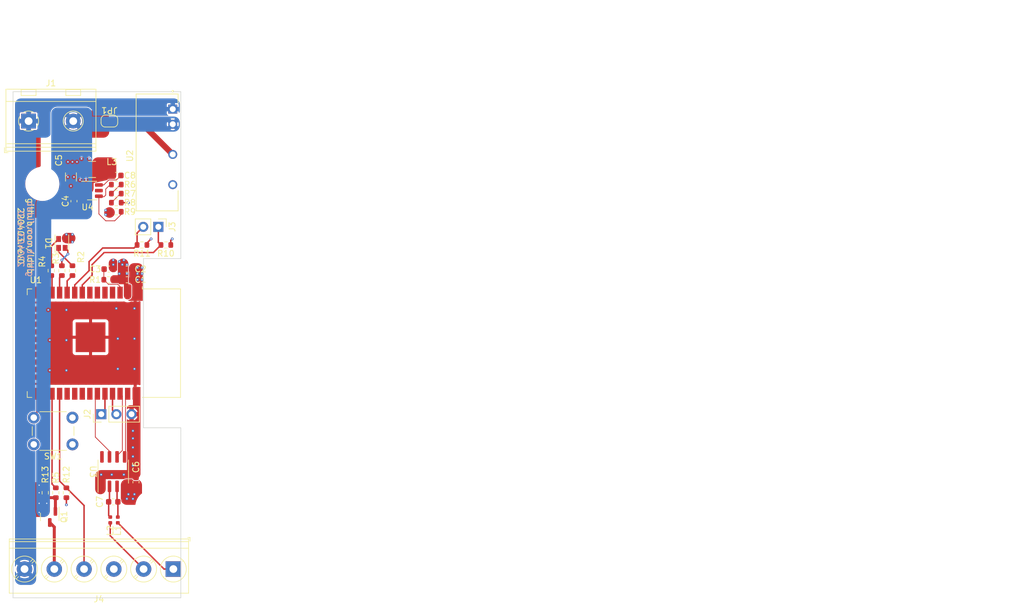
<source format=kicad_pcb>
(kicad_pcb (version 20211014) (generator pcbnew)
  (layers (0 "F.Cu" signal) (1 "In1.Cu" power) (2 "In2.Cu" power) (31 "B.Cu" signal) (34 "B.Paste" user) (35 "F.Paste" user) (36 "B.SilkS" user "B.Silkscreen") (37 "F.SilkS" user "F.Silkscreen") (38 "B.Mask" user) (39 "F.Mask" user) (44 "Edge.Cuts" user))
  (net 0 "")
  (net 1 "S0+")
  (net 2 "RLY-")
  (net 3 "Vin")
  (net 4 "RX")
  (net 5 "TX")
  (net 6 "BOOT")
  (net 7 "T-")
  (net 8 "T+")
  (net 9 "SCK")
  (net 10 "GNDPWR")
  (net 11 "GNDREF")
  (net 12 "CS")
  (net 13 "Net-(D1-Pad1)")
  (net 14 "Net-(D1-Pad2)")
  (net 15 "Net-(D1-Pad4)")
  (net 16 "gRLY")
  (net 17 "LED_R")
  (net 18 "LED_G")
  (net 19 "LED_B")
  (net 20 "MISO")
  (net 21 "+3V3")
  (net 22 "SDA")
  (net 23 "SCL")
  (net 24 "Net-(R6-Pad1)")
  (net 25 "Net-(R6-Pad2)")
  (net 26 "Net-(R7-Pad2)")
  (net 47 "Net-(C3-Pad2)")
  (net 48 "Net-(C7-Pad1)")
  (net 49 "Net-(C7-Pad2)")
  (net 50 "Net-(Q1-Pad1)")
  (net 52 "Net-(C8-Pad1)")
  (net 53 "Net-(C8-Pad2)")
  (footprint "Resistor_SMD:R_0603_1608Metric" (layer "F.Cu") (at 121.92 120.142 90)
    (fp_text reference "R5" (at 2.54 -1.778 90) (layer "F.SilkS"))
    (fp_text value "1K")
    (pad "1" smd roundrect (at -0.825 0 90) (size 0.8 0.95) (layers "F.Cu" "F.Paste" "F.Mask") (net 21 "+3V3"))
    (pad "2" smd roundrect (at 0.825 0 90) (size 0.8 0.95) (layers "F.Cu" "F.Paste" "F.Mask") (net 1 "S0+"))
  )
  (footprint "Resistor_SMD:R_0603_1608Metric" (layer "F.Cu") (at 130.302 72.898 180)
    (fp_text reference "R9" (at -2.286 0 unlocked) (layer "F.SilkS") (effects (font (size 1.016 1.016) (thickness 0.1524))))
    (fp_text value "10K")
    (pad "1" smd roundrect (at -0.825 0 180) (size 0.8 0.95) (layers "F.Cu" "F.Paste" "F.Mask") (net 25 "Net-(R6-Pad2)"))
    (pad "2" smd roundrect (at 0.825 0 180) (size 0.8 0.95) (layers "F.Cu" "F.Paste" "F.Mask") (net 11 "GNDREF"))
  )
  (footprint "Resistor_SMD:R_0603_1608Metric" (layer "F.Cu") (at 138.63 78.486 180)
    (fp_text reference "R10" (at 0 -1.43) (layer "F.SilkS"))
    (fp_text value "10K")
    (pad "1" smd roundrect (at -0.825 0 180) (size 0.8 0.95) (layers "F.Cu" "F.Paste" "F.Mask") (net 21 "+3V3"))
    (pad "2" smd roundrect (at 0.825 0 180) (size 0.8 0.95) (layers "F.Cu" "F.Paste" "F.Mask") (net 22 "SDA"))
  )
  (footprint "Resistor_SMD:R_0603_1608Metric" (layer "F.Cu") (at 118.364 120.142 90)
    (fp_text reference "R13" (at 3.048 0 90) (layer "F.SilkS"))
    (fp_text value "10K")
    (pad "1" smd roundrect (at -0.825 0 90) (size 0.8 0.95) (layers "F.Cu" "F.Paste" "F.Mask") (net 50 "Net-(Q1-Pad1)"))
    (pad "2" smd roundrect (at 0.825 0 90) (size 0.8 0.95) (layers "F.Cu" "F.Paste" "F.Mask") (net 10 "GNDPWR"))
  )
  (footprint "Connector_PinHeader_2.54mm:PinHeader_1x02_P2.54mm_Vertical" (layer "F.Cu") (at 137.365 75.438 -90)
    (fp_text reference "J3" (at 0 -2.33 90) (layer "F.SilkS"))
    (fp_text value "DNP")
    (pad "1" thru_hole rect (at 0 0 270) (size 1.7 1.7) (drill 1) (layers *.Cu *.Mask) (net 22 "SDA"))
    (pad "2" thru_hole oval (at 0 2.54 270) (size 1.7 1.7) (drill 1) (layers *.Cu *.Mask) (net 23 "SCL"))
  )
  (footprint "Button_Switch_THT:SW_PUSH_6mm" (layer "F.Cu") (at 122.936 112.014 180)
    (fp_text reference "SW1" (at 3.25 -2) (layer "F.SilkS"))
    (fp_text value "SW_Push")
    (pad "1" thru_hole circle (at 6.5 0 270) (size 2 2) (drill 1.1) (layers *.Cu *.Mask) (net 11 "GNDREF"))
    (pad "1" thru_hole circle (at 0 0 270) (size 2 2) (drill 1.1) (layers *.Cu *.Mask) (net 11 "GNDREF"))
    (pad "2" thru_hole circle (at 6.5 4.5 270) (size 2 2) (drill 1.1) (layers *.Cu *.Mask) (net 6 "BOOT"))
    (pad "2" thru_hole circle (at 0 4.5 270) (size 2 2) (drill 1.1) (layers *.Cu *.Mask) (net 6 "BOOT"))
  )
  (footprint "TerminalBlock_RND:TerminalBlock_RND_205-00067_1x02_P7.50mm_Horizontal" (layer "F.Cu") (at 115.57 57.658)
    (fp_text reference "J1" (at 3.75 -6.36) (layer "F.SilkS"))
    (fp_text value "Screw_Terminal_01x02")
    (pad "1" thru_hole rect (at 0 0) (size 2.5 2.5) (drill 1.3) (layers *.Cu *.Mask) (net 3 "Vin"))
    (pad "2" thru_hole circle (at 7.5 0) (size 2.5 2.5) (drill 1.3) (layers *.Cu *.Mask) (net 10 "GNDPWR"))
  )
  (footprint "Resistor_SMD:R_0603_1608Metric" (layer "F.Cu") (at 129.032 84.328 180)
    (fp_text reference "R1" (at 2.286 0) (layer "F.SilkS"))
    (fp_text value "10K")
    (pad "1" smd roundrect (at -0.825 0 180) (size 0.8 0.95) (layers "F.Cu" "F.Paste" "F.Mask") (net 21 "+3V3"))
    (pad "2" smd roundrect (at 0.825 0 180) (size 0.8 0.95) (layers "F.Cu" "F.Paste" "F.Mask") (net 47 "Net-(C3-Pad2)"))
  )
  (footprint "Capacitor_SMD:C_0603_1608Metric" (layer "F.Cu") (at 129.032 82.55 180)
    (fp_text reference "C3" (at 2.286 0 unlocked) (layer "F.SilkS") (effects (font (size 1.016 1.016) (thickness 0.1524))))
    (fp_text value "10u")
    (pad "1" smd roundrect (at -0.775 0 180) (size 0.9 0.95) (layers "F.Cu" "F.Paste" "F.Mask") (net 11 "GNDREF"))
    (pad "2" smd roundrect (at 0.775 0 180) (size 0.9 0.95) (layers "F.Cu" "F.Paste" "F.Mask") (net 47 "Net-(C3-Pad2)"))
  )
  (footprint "Resistor_SMD:R_0603_1608Metric" (layer "F.Cu") (at 120.142 120.142 -90)
    (fp_text reference "R12" (at -3.048 -1.778 90) (layer "F.SilkS"))
    (fp_text value "1K")
    (pad "1" smd roundrect (at -0.825 0 270) (size 0.8 0.95) (layers "F.Cu" "F.Paste" "F.Mask") (net 16 "gRLY"))
    (pad "2" smd roundrect (at 0.825 0 270) (size 0.8 0.95) (layers "F.Cu" "F.Paste" "F.Mask") (net 50 "Net-(Q1-Pad1)"))
  )
  (footprint "Connector_PinHeader_2.54mm:PinHeader_1x03_P2.54mm_Vertical" (layer "F.Cu") (at 127.777 106.934 90)
    (fp_text reference "J2" (at 0 -2.33 90 unlocked) (layer "F.SilkS") (effects (font (size 1.016 1.016) (thickness 0.1524))))
    (fp_text value "Conn_01x03")
    (pad "1" thru_hole rect (at 0 0 90) (size 1.7 1.7) (drill 1) (layers *.Cu *.Mask) (net 4 "RX"))
    (pad "2" thru_hole oval (at 0 2.54 90) (size 1.7 1.7) (drill 1) (layers *.Cu *.Mask) (net 5 "TX"))
    (pad "3" thru_hole oval (at 0 5.08 90) (size 1.7 1.7) (drill 1) (layers *.Cu *.Mask) (net 11 "GNDREF"))
  )
  (footprint "Capacitor_SMD:C_0603_1608Metric" (layer "F.Cu") (at 129.794 121.666 180)
    (fp_text reference "C7" (at 2.286 0 90 unlocked) (layer "F.SilkS") (effects (font (size 1.016 1.016) (thickness 0.1524))))
    (fp_text value "100n")
    (pad "1" smd roundrect (at -0.775 0 180) (size 0.9 0.95) (layers "F.Cu" "F.Paste" "F.Mask") (net 48 "Net-(C7-Pad1)"))
    (pad "2" smd roundrect (at 0.775 0 180) (size 0.9 0.95) (layers "F.Cu" "F.Paste" "F.Mask") (net 49 "Net-(C7-Pad2)"))
  )
  (footprint "Package_SO:SOIC-8_3.9x4.9mm_P1.27mm" (layer "F.Cu") (at 129.794 116.586 90)
    (fp_text reference "U3" (at 0 -3.4 270 unlocked) (layer "F.SilkS") (effects (font (size 1.016 1.016) (thickness 0.1524))))
    (fp_text value "MAX31855KASA")
    (pad "1" smd roundrect (at -2.475 -1.905 90) (size 1.95 0.6) (layers "F.Cu" "F.Paste" "F.Mask") (net 11 "GNDREF"))
    (pad "2" smd roundrect (at -2.475 -0.635 90) (size 1.95 0.6) (layers "F.Cu" "F.Paste" "F.Mask") (net 49 "Net-(C7-Pad2)"))
    (pad "3" smd roundrect (at -2.475 0.635 90) (size 1.95 0.6) (layers "F.Cu" "F.Paste" "F.Mask") (net 48 "Net-(C7-Pad1)"))
    (pad "4" smd roundrect (at -2.475 1.905 90) (size 1.95 0.6) (layers "F.Cu" "F.Paste" "F.Mask") (net 21 "+3V3"))
    (pad "5" smd roundrect (at 2.475 1.905 90) (size 1.95 0.6) (layers "F.Cu" "F.Paste" "F.Mask") (net 9 "SCK"))
    (pad "6" smd roundrect (at 2.475 0.635 90) (size 1.95 0.6) (layers "F.Cu" "F.Paste" "F.Mask") (net 12 "CS"))
    (pad "7" smd roundrect (at 2.475 -0.635 90) (size 1.95 0.6) (layers "F.Cu" "F.Paste" "F.Mask") (net 20 "MISO"))
    (pad "8" smd roundrect (at 2.475 -1.905 90) (size 1.95 0.6) (layers "F.Cu" "F.Paste" "F.Mask"))
  )
  (footprint "MountingHole:MountingHole_2.7mm_M2.5" (layer "F.Cu") (at 117.873 68.212689 180)
    (fp_text reference "H1" hide)
    (fp_text value "MountingHole")
    (pad "" np_thru_hole circle locked (at 0 0 180) (size 2.7 2.7) (drill 2.7) (layers *.Cu *.Mask))
  )
  (footprint "Resistor_SMD:R_0603_1608Metric" (layer "F.Cu") (at 130.302 71.374 180)
    (fp_text reference "R8" (at -2.286 0 unlocked) (layer "F.SilkS") (effects (font (size 1.016 1.016) (thickness 0.1524))))
    (fp_text value "10K")
    (pad "1" smd roundrect (at -0.825 0 180) (size 0.8 0.95) (layers "F.Cu" "F.Paste" "F.Mask") (net 21 "+3V3"))
    (pad "2" smd roundrect (at 0.825 0 180) (size 0.8 0.95) (layers "F.Cu" "F.Paste" "F.Mask") (net 26 "Net-(R7-Pad2)"))
  )
  (footprint "Capacitor_SMD:C_1206_3216Metric" (layer "F.Cu") (at 122.682 67.056 -90)
    (fp_text reference "C5" (at -2.794 2.032 -270 unlocked) (layer "F.SilkS") (effects (font (size 1.016 1.016) (thickness 0.1524))))
    (fp_text value "100u")
    (pad "1" smd roundrect (at -1.475 0 270) (size 1.15 1.8) (layers "F.Cu" "F.Paste" "F.Mask") (roundrect_rratio 0.2173913043) (net 21 "+3V3"))
    (pad "2" smd roundrect (at 1.475 0 270) (size 1.15 1.8) (layers "F.Cu" "F.Paste" "F.Mask") (roundrect_rratio 0.2173913043) (net 11 "GNDREF"))
  )
  (footprint "Inductor_SMD:L_1210_3225Metric" (layer "F.Cu") (at 126.238 65.786 180)
    (fp_text reference "L3" (at -3.302 1.27 unlocked) (layer "F.SilkS") (effects (font (size 1.016 1.016) (thickness 0.1524))))
    (fp_text value "4.7u")
    (pad "1" smd roundrect (at -1.4 0 180) (size 1.25 2.65) (layers "F.Cu" "F.Paste" "F.Mask") (roundrect_rratio 0.2) (net 53 "Net-(C8-Pad2)"))
    (pad "2" smd roundrect (at 1.4 0 180) (size 1.25 2.65) (layers "F.Cu" "F.Paste" "F.Mask") (roundrect_rratio 0.2) (net 21 "+3V3"))
  )
  (footprint "Package_TO_SOT_SMD:SOT-23" (layer "F.Cu") (at 119.126 124.206 -90)
    (fp_text reference "Q1" (at 0 -2.4 90) (layer "F.SilkS"))
    (fp_text value " PMV60ENEAR ")
    (pad "1" smd roundrect (at -0.9375 -0.95 270) (size 1.475 0.6) (layers "F.Cu" "F.Paste" "F.Mask") (net 50 "Net-(Q1-Pad1)"))
    (pad "2" smd roundrect (at -0.9375 0.95 270) (size 1.475 0.6) (layers "F.Cu" "F.Paste" "F.Mask") (net 10 "GNDPWR"))
    (pad "3" smd roundrect (at 0.9375 0 270) (size 1.475 0.6) (layers "F.Cu" "F.Paste" "F.Mask") (net 2 "RLY-"))
  )
  (footprint "Resistor_SMD:R_0603_1608Metric" (layer "F.Cu") (at 130.302 68.326 180)
    (fp_text reference "R6" (at -2.286 0 unlocked) (layer "F.SilkS") (effects (font (size 1.016 1.016) (thickness 0.1524))))
    (fp_text value "10K")
    (pad "1" smd roundrect (at -0.825 0 180) (size 0.8 0.95) (layers "F.Cu" "F.Paste" "F.Mask") (net 24 "Net-(R6-Pad1)"))
    (pad "2" smd roundrect (at 0.825 0 180) (size 0.8 0.95) (layers "F.Cu" "F.Paste" "F.Mask") (net 25 "Net-(R6-Pad2)"))
  )
  (footprint "Capacitor_SMD:C_0603_1608Metric" (layer "F.Cu") (at 133.604 118.364 90)
    (fp_text reference "C6" (at 2.54 0 90 unlocked) (layer "F.SilkS") (effects (font (size 1.016 1.016) (thickness 0.1524))))
    (fp_text value "100n")
    (pad "1" smd roundrect (at -0.775 0 90) (size 0.9 0.95) (layers "F.Cu" "F.Paste" "F.Mask") (net 21 "+3V3"))
    (pad "2" smd roundrect (at 0.775 0 90) (size 0.9 0.95) (layers "F.Cu" "F.Paste" "F.Mask") (net 11 "GNDREF"))
  )
  (footprint "Resistor_SMD:R_0603_1608Metric" (layer "F.Cu") (at 119.38 82.804 -90)
    (fp_text reference "R4" (at -1.524 1.524 90) (layer "F.SilkS"))
    (fp_text value "1K")
    (pad "1" smd roundrect (at -0.825 0 270) (size 0.8 0.95) (layers "F.Cu" "F.Paste" "F.Mask") (net 14 "Net-(D1-Pad2)"))
    (pad "2" smd roundrect (at 0.825 0 270) (size 0.8 0.95) (layers "F.Cu" "F.Paste" "F.Mask") (net 19 "LED_B"))
  )
  (footprint "Resistor_SMD:R_0603_1608Metric" (layer "F.Cu") (at 121.158 82.804 -90)
    (fp_text reference "R3" (at -2.032 1.016 90) (layer "F.SilkS"))
    (fp_text value "1K")
    (pad "1" smd roundrect (at -0.825 0 270) (size 0.8 0.95) (layers "F.Cu" "F.Paste" "F.Mask") (net 15 "Net-(D1-Pad4)"))
    (pad "2" smd roundrect (at 0.825 0 270) (size 0.8 0.95) (layers "F.Cu" "F.Paste" "F.Mask") (net 18 "LED_G"))
  )
  (footprint "PDM2-S12-S3-S:CONV_PDM2-S12-S3-S" (layer "F.Cu") (at 139.785 55.6455 -90)
    (fp_text reference "U2" (at 7.8545 7.197 -270 unlocked) (layer "F.SilkS") (effects (font (size 1.016 1.016) (thickness 0.1524))))
    (fp_text value "PDM2-S12-S3-S")
    (pad "1" thru_hole rect (at 0 0 270) (size 1.508 1.508) (drill 1) (layers *.Cu *.Mask) (net 3 "Vin"))
    (pad "2" thru_hole circle (at 2.54 0 270) (size 1.508 1.508) (drill 1) (layers *.Cu *.Mask) (net 10 "GNDPWR"))
    (pad "4" thru_hole circle (at 7.62 0 270) (size 1.508 1.508) (drill 1) (layers *.Cu *.Mask) (net 11 "GNDREF"))
    (pad "6" thru_hole circle (at 12.7 0 270) (size 1.508 1.508) (drill 1) (layers *.Cu *.Mask) (net 21 "+3V3"))
  )
  (footprint "Capacitor_SMD:C_0603_1608Metric" (layer "F.Cu") (at 132.08 84.328 180)
    (fp_text reference "C1" (at -2.286 0) (layer "F.SilkS"))
    (fp_text value "10u")
    (pad "1" smd roundrect (at -0.775 0 180) (size 0.9 0.95) (layers "F.Cu" "F.Paste" "F.Mask") (net 11 "GNDREF"))
    (pad "2" smd roundrect (at 0.775 0 180) (size 0.9 0.95) (layers "F.Cu" "F.Paste" "F.Mask") (net 21 "+3V3"))
  )
  (footprint "Capacitor_SMD:C_0603_1608Metric" (layer "F.Cu") (at 123.19 71.12 90)
    (fp_text reference "C4" (at 0 -1.43 90 unlocked) (layer "F.SilkS") (effects (font (size 1.016 1.016) (thickness 0.1524))))
    (fp_text value "10u")
    (pad "1" smd roundrect (at -0.775 0 90) (size 0.9 0.95) (layers "F.Cu" "F.Paste" "F.Mask") (net 3 "Vin"))
    (pad "2" smd roundrect (at 0.775 0 90) (size 0.9 0.95) (layers "F.Cu" "F.Paste" "F.Mask") (net 10 "GNDPWR"))
  )
  (footprint "Inductor_SMD:L_0402_1005Metric" (layer "F.Cu") (at 129.286 124.714 90)
    (fp_text reference "L2" (at -1.778 0 90 unlocked) (layer "F.SilkS") (effects (font (size 1.016 1.016) (thickness 0.1524))))
    (fp_text value "L_Small")
    (pad "1" smd roundrect (at -0.485 0 90) (size 0.59 0.64) (layers "F.Cu" "F.Paste" "F.Mask") (net 7 "T-"))
    (pad "2" smd roundrect (at 0.485 0 90) (size 0.59 0.64) (layers "F.Cu" "F.Paste" "F.Mask") (net 49 "Net-(C7-Pad2)"))
  )
  (footprint "TerminalBlock_Phoenix:TerminalBlock_Phoenix_PT-1,5-6-5.0-H_1x06_P5.00mm_Horizontal" (layer "F.Cu") (at 139.886 132.969 180)
    (fp_text reference "J4" (at 12.5 -5.06 unlocked) (layer "F.SilkS") (effects (font (size 1.016 1.016) (thickness 0.1524))))
    (fp_text value "Screw_Terminal_01x06")
    (pad "1" thru_hole rect locked (at 0 0 180) (size 2.6 2.6) (drill 1.3) (layers *.Cu *.Mask) (net 8 "T+"))
    (pad "2" thru_hole circle locked (at 5 0 180) (size 2.6 2.6) (drill 1.3) (layers *.Cu *.Mask) (net 7 "T-"))
    (pad "3" thru_hole circle locked (at 10 0 180) (size 2.6 2.6) (drill 1.3) (layers *.Cu *.Mask) (net 11 "GNDREF"))
    (pad "4" thru_hole circle locked (at 15 0 180) (size 2.6 2.6) (drill 1.3) (layers *.Cu *.Mask) (net 1 "S0+"))
    (pad "5" thru_hole circle locked (at 20 0 180) (size 2.6 2.6) (drill 1.3) (layers *.Cu *.Mask) (net 2 "RLY-"))
    (pad "6" thru_hole circle locked (at 25 0 180) (size 2.6 2.6) (drill 1.3) (layers *.Cu *.Mask) (net 3 "Vin"))
  )
  (footprint "LED_SMD:LED_Cree-PLCC4_2x2mm_CW" (layer "F.Cu") (at 121.158 78.232 90)
    (fp_text reference "D1" (at 0 -2.25 -90 unlocked) (layer "F.SilkS") (effects (font (size 1.016 1.016) (thickness 0.1524))))
    (fp_text value "LED_RBAG")
    (pad "1" smd rect (at -0.75 -0.55 90) (size 1 0.8) (layers "F.Cu" "F.Paste" "F.Mask") (net 13 "Net-(D1-Pad1)"))
    (pad "2" smd rect (at 0.75 -0.55 90) (size 1 0.8) (layers "F.Cu" "F.Paste" "F.Mask") (net 14 "Net-(D1-Pad2)"))
    (pad "3" smd rect (at 0.75 0.55 90) (size 1 0.8) (layers "F.Cu" "F.Paste" "F.Mask") (net 21 "+3V3"))
    (pad "4" smd rect (at -0.75 0.55 90) (size 1 0.8) (layers "F.Cu" "F.Paste" "F.Mask") (net 15 "Net-(D1-Pad4)"))
  )
  (footprint "Resistor_SMD:R_0603_1608Metric" (layer "F.Cu") (at 130.302 69.85)
    (fp_text reference "R7" (at 2.286 0 unlocked) (layer "F.SilkS") (effects (font (size 1.016 1.016) (thickness 0.1524))))
    (fp_text value "10K")
    (pad "1" smd roundrect (at -0.825 0) (size 0.8 0.95) (layers "F.Cu" "F.Paste" "F.Mask") (net 24 "Net-(R6-Pad1)"))
    (pad "2" smd roundrect (at 0.825 0) (size 0.8 0.95) (layers "F.Cu" "F.Paste" "F.Mask") (net 26 "Net-(R7-Pad2)"))
  )
  (footprint "Jumper:SolderJumper-2_P1.3mm_Open_RoundedPad1.0x1.5mm" (layer "F.Cu") (at 129.144 57.658)
    (fp_text reference "JP1" (at 0 -1.8 -180 unlocked) (layer "F.SilkS") (effects (font (size 1.016 1.016) (thickness 0.1524))))
    (fp_text value "SolderJumper_2_Open")
    (pad "1" smd custom (at -0.65 0) (size 1 0.5) (layers "F.Cu" "F.Mask") (net 10 "GNDPWR") (options (clearance outline) (anchor rect)) (primitives (gr_circle (center 0 0.25) (end 0.5 0.25) (width 0) (fill yes)) (gr_circle (center 0 -0.25) (end 0.5 -0.25) (width 0) (fill yes)) (gr_poly (pts (xy 0.5 0.75) (xy 0 0.75) (xy 0 -0.75) (xy 0.5 -0.75)) (width 0) (fill yes))))
    (pad "2" smd custom (at 0.65 0) (size 1 0.5) (layers "F.Cu" "F.Mask") (net 11 "GNDREF") (options (clearance outline) (anchor rect)) (primitives (gr_circle (center 0 0.25) (end 0.5 0.25) (width 0) (fill yes)) (gr_circle (center 0 -0.25) (end 0.5 -0.25) (width 0) (fill yes)) (gr_poly (pts (xy 0 0.75) (xy -0.5 0.75) (xy -0.5 -0.75) (xy 0 -0.75)) (width 0) (fill yes))))
  )
  (footprint "MountingHole:MountingHole_2.7mm_M2.5" (layer "F.Cu") (at 136.198 122.437689 180)
    (fp_text reference "H2" hide)
    (fp_text value "MountingHole")
    (pad "" np_thru_hole circle locked (at 0 0 180) (size 2.7 2.7) (drill 2.7) (layers *.Cu *.Mask))
  )
  (footprint "Package_TO_SOT_SMD:SOT-23-6" (layer "F.Cu") (at 126.238 69.342)
    (fp_text reference "U4" (at -0.762 2.794) (layer "F.SilkS"))
    (fp_text value "AP62201WU-7")
    (pad "1" smd roundrect (at -1.1375 -0.95) (size 1.325 0.6) (layers "F.Cu" "F.Paste" "F.Mask") (net 11 "GNDREF"))
    (pad "2" smd roundrect (at -1.1375 0) (size 1.325 0.6) (layers "F.Cu" "F.Paste" "F.Mask") (net 53 "Net-(C8-Pad2)"))
    (pad "3" smd roundrect (at -1.1375 0.95) (size 1.325 0.6) (layers "F.Cu" "F.Paste" "F.Mask") (net 3 "Vin"))
    (pad "4" smd roundrect (at 1.1375 0.95) (size 1.325 0.6) (layers "F.Cu" "F.Paste" "F.Mask") (net 25 "Net-(R6-Pad2)"))
    (pad "5" smd roundrect (at 1.1375 0) (size 1.325 0.6) (layers "F.Cu" "F.Paste" "F.Mask"))
    (pad "6" smd roundrect (at 1.1375 -0.95) (size 1.325 0.6) (layers "F.Cu" "F.Paste" "F.Mask") (net 52 "Net-(C8-Pad1)"))
  )
  (footprint "Inductor_SMD:L_0402_1005Metric" (layer "F.Cu") (at 130.556 124.714 90)
    (fp_text reference "L1" (at -1.778 0 90 unlocked) (layer "F.SilkS") (effects (font (size 1.016 1.016) (thickness 0.1524))))
    (fp_text value "L_Small")
    (pad "1" smd roundrect (at -0.485 0 90) (size 0.59 0.64) (layers "F.Cu" "F.Paste" "F.Mask") (net 8 "T+"))
    (pad "2" smd roundrect (at 0.485 0 90) (size 0.59 0.64) (layers "F.Cu" "F.Paste" "F.Mask") (net 48 "Net-(C7-Pad1)"))
  )
  (footprint "Resistor_SMD:R_0603_1608Metric" (layer "F.Cu") (at 134.62 78.486 180)
    (fp_text reference "R11" (at 0 -1.43) (layer "F.SilkS"))
    (fp_text value "10K")
    (pad "1" smd roundrect (at -0.825 0 180) (size 0.8 0.95) (layers "F.Cu" "F.Paste" "F.Mask") (net 21 "+3V3"))
    (pad "2" smd roundrect (at 0.825 0 180) (size 0.8 0.95) (layers "F.Cu" "F.Paste" "F.Mask") (net 23 "SCL"))
  )
  (footprint "Resistor_SMD:R_0603_1608Metric" (layer "F.Cu") (at 122.936 82.804 -90)
    (fp_text reference "R2" (at -2.286 -1.43 -270 unlocked) (layer "F.SilkS") (effects (font (size 1.016 1.016) (thickness 0.1524))))
    (fp_text value "1K")
    (pad "1" smd roundrect (at -0.825 0 270) (size 0.8 0.95) (layers "F.Cu" "F.Paste" "F.Mask") (net 13 "Net-(D1-Pad1)"))
    (pad "2" smd roundrect (at 0.825 0 270) (size 0.8 0.95) (layers "F.Cu" "F.Paste" "F.Mask") (net 17 "LED_R"))
  )
  (footprint "Capacitor_SMD:C_0603_1608Metric" (layer "F.Cu") (at 132.08 82.55 180)
    (fp_text reference "C2" (at -2.286 0 unlocked) (layer "F.SilkS") (effects (font (size 1.016 1.016) (thickness 0.1524))))
    (fp_text value "100n")
    (pad "1" smd roundrect (at -0.775 0 180) (size 0.9 0.95) (layers "F.Cu" "F.Paste" "F.Mask") (net 11 "GNDREF"))
    (pad "2" smd roundrect (at 0.775 0 180) (size 0.9 0.95) (layers "F.Cu" "F.Paste" "F.Mask") (net 21 "+3V3"))
  )
  (footprint "RF_Module:ESP32-WROOM-32" (layer "F.Cu") (at 125.222 94.996 -90)
    (fp_text reference "U1" (at -10.61 8.43 unlocked) (layer "F.SilkS") (effects (font (size 1.016 1.016) (thickness 0.1524))))
    (fp_text value "ESP32-WROOM-32")
    (pad "1" smd rect (at -8.5 -8.255 270) (size 2 0.9) (layers "F.Cu" "F.Paste" "F.Mask") (net 11 "GNDREF"))
    (pad "2" smd rect (at -8.5 -6.985 270) (size 2 0.9) (layers "F.Cu" "F.Paste" "F.Mask") (net 21 "+3V3"))
    (pad "3" smd rect (at -8.5 -5.715 270) (size 2 0.9) (layers "F.Cu" "F.Paste" "F.Mask") (net 47 "Net-(C3-Pad2)"))
    (pad "4" smd rect (at -8.5 -4.445 270) (size 2 0.9) (layers "F.Cu" "F.Paste" "F.Mask"))
    (pad "5" smd rect (at -8.5 -3.175 270) (size 2 0.9) (layers "F.Cu" "F.Paste" "F.Mask"))
    (pad "6" smd rect (at -8.5 -1.905 270) (size 2 0.9) (layers "F.Cu" "F.Paste" "F.Mask"))
    (pad "7" smd rect (at -8.5 -0.635 270) (size 2 0.9) (layers "F.Cu" "F.Paste" "F.Mask"))
    (pad "8" smd rect (at -8.5 0.635 270) (size 2 0.9) (layers "F.Cu" "F.Paste" "F.Mask") (net 22 "SDA"))
    (pad "9" smd rect (at -8.5 1.905 270) (size 2 0.9) (layers "F.Cu" "F.Paste" "F.Mask") (net 23 "SCL"))
    (pad "10" smd rect (at -8.5 3.175 270) (size 2 0.9) (layers "F.Cu" "F.Paste" "F.Mask") (net 17 "LED_R"))
    (pad "11" smd rect (at -8.5 4.445 270) (size 2 0.9) (layers "F.Cu" "F.Paste" "F.Mask") (net 18 "LED_G"))
    (pad "12" smd rect (at -8.5 5.715 270) (size 2 0.9) (layers "F.Cu" "F.Paste" "F.Mask") (net 19 "LED_B"))
    (pad "13" smd rect (at -8.5 6.985 270) (size 2 0.9) (layers "F.Cu" "F.Paste" "F.Mask"))
    (pad "14" smd rect (at -8.5 8.255 270) (size 2 0.9) (layers "F.Cu" "F.Paste" "F.Mask"))
    (pad "15" smd rect (at -5.715 9.255) (size 2 0.9) (layers "F.Cu" "F.Paste" "F.Mask") (net 11 "GNDREF"))
    (pad "16" smd rect (at -4.445 9.255) (size 2 0.9) (layers "F.Cu" "F.Paste" "F.Mask"))
    (pad "17" smd rect (at -3.175 9.255) (size 2 0.9) (layers "F.Cu" "F.Paste" "F.Mask"))
    (pad "18" smd rect (at -1.905 9.255) (size 2 0.9) (layers "F.Cu" "F.Paste" "F.Mask"))
    (pad "19" smd rect (at -0.635 9.255) (size 2 0.9) (layers "F.Cu" "F.Paste" "F.Mask"))
    (pad "20" smd rect (at 0.635 9.255) (size 2 0.9) (layers "F.Cu" "F.Paste" "F.Mask"))
    (pad "21" smd rect (at 1.905 9.255) (size 2 0.9) (layers "F.Cu" "F.Paste" "F.Mask"))
    (pad "22" smd rect (at 3.175 9.255) (size 2 0.9) (layers "F.Cu" "F.Paste" "F.Mask"))
    (pad "23" smd rect (at 4.445 9.255) (size 2 0.9) (layers "F.Cu" "F.Paste" "F.Mask"))
    (pad "24" smd rect (at 5.715 9.255) (size 2 0.9) (layers "F.Cu" "F.Paste" "F.Mask"))
    (pad "25" smd rect (at 8.5 8.255 270) (size 2 0.9) (layers "F.Cu" "F.Paste" "F.Mask") (net 6 "BOOT"))
    (pad "26" smd rect (at 8.5 6.985 270) (size 2 0.9) (layers "F.Cu" "F.Paste" "F.Mask"))
    (pad "27" smd rect (at 8.5 5.715 270) (size 2 0.9) (layers "F.Cu" "F.Paste" "F.Mask") (net 16 "gRLY"))
    (pad "28" smd rect (at 8.5 4.445 270) (size 2 0.9) (layers "F.Cu" "F.Paste" "F.Mask") (net 1 "S0+"))
    (pad "29" smd rect (at 8.5 3.175 270) (size 2 0.9) (layers "F.Cu" "F.Paste" "F.Mask"))
    (pad "30" smd rect (at 8.5 1.905 270) (size 2 0.9) (layers "F.Cu" "F.Paste" "F.Mask"))
    (pad "31" smd rect (at 8.5 0.635 270) (size 2 0.9) (layers "F.Cu" "F.Paste" "F.Mask"))
    (pad "32" smd rect (at 8.5 -0.635 270) (size 2 0.9) (layers "F.Cu" "F.Paste" "F.Mask"))
    (pad "33" smd rect (at 8.5 -1.905 270) (size 2 0.9) (layers "F.Cu" "F.Paste" "F.Mask") (net 20 "MISO"))
    (pad "34" smd rect (at 8.5 -3.175 270) (size 2 0.9) (layers "F.Cu" "F.Paste" "F.Mask") (net 4 "RX"))
    (pad "35" smd rect (at 8.5 -4.445 270) (size 2 0.9) (layers "F.Cu" "F.Paste" "F.Mask") (net 5 "TX"))
    (pad "36" smd rect (at 8.5 -5.715 270) (size 2 0.9) (layers "F.Cu" "F.Paste" "F.Mask") (net 12 "CS"))
    (pad "37" smd rect (at 8.5 -6.985 270) (size 2 0.9) (layers "F.Cu" "F.Paste" "F.Mask") (net 9 "SCK"))
    (pad "38" smd rect (at 8.5 -8.255 270) (size 2 0.9) (layers "F.Cu" "F.Paste" "F.Mask") (net 11 "GNDREF"))
    (pad "39" smd rect (at -1 -0.755 270) (size 5 5) (layers "F.Cu" "F.Paste" "F.Mask") (net 11 "GNDREF"))
  )
  (footprint "Capacitor_SMD:C_0603_1608Metric" (layer "F.Cu") (at 130.302 66.802 180)
    (fp_text reference "C8" (at -2.286 0 unlocked) (layer "F.SilkS") (effects (font (size 1.016 1.016) (thickness 0.1524))))
    (fp_text value "100n")
    (pad "1" smd roundrect (at -0.775 0 180) (size 0.9 0.95) (layers "F.Cu" "F.Paste" "F.Mask") (net 52 "Net-(C8-Pad1)"))
    (pad "2" smd roundrect (at 0.775 0 180) (size 0.9 0.95) (layers "F.Cu" "F.Paste" "F.Mask") (net 53 "Net-(C8-Pad2)"))
  )
  (gr_line (start 116.823 137.803) (end 117.623 137.803) (layer "Edge.Cuts") (width 0.1))
  (gr_line (start 136.573 137.803) (end 137.473 137.803) (layer "Edge.Cuts") (width 0.1))
  (gr_line (start 117.623 137.803) (end 136.573 137.803) (layer "Edge.Cuts") (width 0.1))
  (gr_line (start 136.598 52.715562) (end 117.348 52.715562) (layer "Edge.Cuts") (width 0.1))
  (gr_line (start 137.473 137.803) (end 141.138593 137.803) (layer "Edge.Cuts") (width 0.1))
  (gr_line (start 112.957391 52.715562) (end 112.957391 137.803) (layer "Edge.Cuts") (width 0.1))
  (gr_line (start 141.138593 52.715562) (end 137.498 52.715562) (layer "Edge.Cuts") (width 0.1))
  (gr_line (start 134.874 80.772) (end 141.138593 80.772) (layer "Edge.Cuts") (width 0.1))
  (gr_line (start 141.138593 109.728) (end 141.138593 109.728) (layer "Edge.Cuts") (width 0.1))
  (gr_line (start 141.138593 137.803) (end 141.138593 109.22) (layer "Edge.Cuts") (width 0.1))
  (gr_line (start 112.957391 137.803) (end 116.823 137.803) (layer "Edge.Cuts") (width 0.1))
  (gr_line (start 137.498 52.715562) (end 136.598 52.715562) (layer "Edge.Cuts") (width 0.1))
  (gr_line (start 141.138593 109.22) (end 134.874 109.22) (layer "Edge.Cuts") (width 0.1))
  (gr_line (start 116.548 52.715562) (end 112.957391 52.715562) (layer "Edge.Cuts") (width 0.1))
  (gr_line (start 141.138593 80.772) (end 141.138593 52.715562) (layer "Edge.Cuts") (width 0.1))
  (gr_line (start 117.348 52.715562) (end 116.548 52.715562) (layer "Edge.Cuts") (width 0.1))
  (gr_line (start 134.874 109.22) (end 134.874 80.772) (layer "Edge.Cuts") (width 0.1))
  (gr_text "github.com/ldab\n220403.rev0" (at 115.062 77.47 270) (layer "B.SilkS") (effects (font (size 1.016 1.016) (thickness 0.1524)) (justify mirror)))
  (gr_text "github.com/ldab\n220403.rev0" (at 115.062 76.962 270) (layer "F.SilkS") (effects (font (size 1.016 1.016) (thickness 0.1524))))
  (segment (start 124.886 132.969) (end 124.886 122.283) (width 0.25) (layer "F.Cu") (net 1))
  (segment (start 120.777 118.174) (end 121.92 119.317) (width 0.25) (layer "F.Cu") (net 1))
  (segment (start 124.886 122.283) (end 121.92 119.317) (width 0.25) (layer "F.Cu") (net 1))
  (segment (start 120.777 103.496) (end 120.777 118.174) (width 0.25) (layer "F.Cu") (net 1))
  (segment (start 119.886 125.9035) (end 119.886 132.969) (width 0.5) (layer "F.Cu") (net 2))
  (segment (start 119.126 125.1435) (end 119.886 125.9035) (width 0.5) (layer "F.Cu") (net 2))
  (segment (start 128.397 103.496) (end 128.397 106.314) (width 0.25) (layer "F.Cu") (net 4))
  (segment (start 128.397 106.314) (end 127.777 106.934) (width 0.125) (layer "F.Cu") (net 4))
  (segment (start 129.667 103.496) (end 129.667 106.284) (width 0.25) (layer "F.Cu") (net 5))
  (segment (start 129.667 106.284) (end 130.317 106.934) (width 0.125) (layer "F.Cu") (net 5))
  (segment (start 116.967 103.496) (end 116.967 106.983) (width 0.25) (layer "F.Cu") (net 6))
  (segment (start 116.967 106.983) (end 116.436 107.514) (width 0.25) (layer "F.Cu") (net 6))
  (segment (start 129.286 127.369) (end 134.886 132.969) (width 0.25) (layer "F.Cu") (net 7))
  (segment (start 129.286 125.199) (end 129.286 127.369) (width 0.25) (layer "F.Cu") (net 7))
  (segment (start 130.556 125.199) (end 138.326 132.969) (width 0.25) (layer "F.Cu") (net 8))
  (segment (start 138.326 132.969) (end 139.886 132.969) (width 0.25) (layer "F.Cu") (net 8))
  (segment (start 131.856089 113.953911) (end 131.699 114.111) (width 0.125) (layer "F.Cu") (net 9))
  (segment (start 132.207 103.496) (end 131.856089 103.846911) (width 0.125) (layer "F.Cu") (net 9))
  (segment (start 131.856089 103.846911) (end 131.856089 113.953911) (width 0.125) (layer "F.Cu") (net 9))
  (via (at 117.348 123.444) (size 0.46) (drill 0.2) (layers "F.Cu" "B.Cu") (net 10))
  (via (at 117.348 121.92) (size 0.46) (drill 0.2) (layers "F.Cu" "B.Cu") (net 10))
  (via (at 117.348 118.872) (size 0.46) (drill 0.2) (layers "F.Cu" "B.Cu") (net 10))
  (via (at 117.348 120.142) (size 0.46) (drill 0.2) (layers "F.Cu" "B.Cu") (net 10))
  (via (at 118.618 121.92) (size 0.46) (drill 0.2) (layers "F.Cu" "B.Cu") (net 10))
  (segment (start 129.794 57.658) (end 134.1775 57.658) (width 1) (layer "F.Cu") (net 11))
  (segment (start 134.1775 57.658) (end 139.785 63.2655) (width 1) (layer "F.Cu") (net 11))
  (via (at 133.35 89.154) (size 0.46) (drill 0.2) (layers "F.Cu" "B.Cu") (net 11))
  (via (at 124.206 67.564) (size 0.46) (drill 0.2) (layers "F.Cu" "B.Cu") (net 11))
  (via (at 129.794 81.788) (size 0.46) (drill 0.2) (layers "F.Cu" "B.Cu") (net 11))
  (via (at 134.62 83.312) (size 0.46) (drill 0.2) (layers "F.Cu" "B.Cu") (net 11))
  (via (at 129.54 117.094) (size 0.46) (drill 0.2) (layers "F.Cu" "B.Cu") (net 11))
  (via (at 133.858 84.328) (size 0.46) (drill 0.2) (layers "F.Cu" "B.Cu") (net 11))
  (via (at 133.858 82.296) (size 0.46) (drill 0.2) (layers "F.Cu" "B.Cu") (net 11))
  (via (at 119.126 94.488) (size 0.46) (drill 0.2) (layers "F.Cu" "B.Cu") (net 11))
  (via (at 118.872 89.408) (size 0.46) (drill 0.2) (layers "F.Cu" "B.Cu") (net 11))
  (via (at 129.794 81.026) (size 0.46) (drill 0.2) (layers "F.Cu" "B.Cu") (net 11))
  (via (at 122.682 68.58) (size 0.46) (drill 0.2) (layers "F.Cu" "B.Cu") (net 11))
  (via (at 123.19 67.056) (size 0.46) (drill 0.2) (layers "F.Cu" "B.Cu") (net 11))
  (via (at 133.35 94.234) (size 0.46) (drill 0.2) (layers "F.Cu" "B.Cu") (net 11))
  (via (at 127.762 117.094) (size 0.46) (drill 0.2) (layers "F.Cu" "B.Cu") (net 11))
  (via (at 134.62 82.296) (size 0.46) (drill 0.2) (layers "F.Cu" "B.Cu") (net 11))
  (via (at 121.92 99.568) (size 0.46) (drill 0.2) (layers "F.Cu" "B.Cu") (net 11))
  (via (at 130.556 94.234) (size 0.46) (drill 0.2) (layers "F.Cu" "B.Cu") (net 11))
  (via (at 130.302 89.154) (size 0.46) (drill 0.2) (layers "F.Cu" "B.Cu") (net 11))
  (via (at 125.222 67.564) (size 0.46) (drill 0.2) (layers "F.Cu" "B.Cu") (net 11))
  (via (at 128.524 73.406) (size 0.46) (drill 0.2) (layers "F.Cu" "B.Cu") (net 11))
  (via (at 121.92 89.408) (size 0.46) (drill 0.2) (layers "F.Cu" "B.Cu") (net 11))
  (via (at 133.096 110.998) (size 0.46) (drill 0.2) (layers "F.Cu" "B.Cu") (net 11))
  (via (at 133.096 114.046) (size 0.46) (drill 0.2) (layers "F.Cu" "B.Cu") (net 11))
  (via (at 133.096 115.57) (size 0.46) (drill 0.2) (layers "F.Cu" "B.Cu") (net 11))
  (via (at 122.174 67.056) (size 0.46) (drill 0.2) (layers "F.Cu" "B.Cu") (net 11))
  (via (at 133.35 99.314) (size 0.46) (drill 0.2) (layers "F.Cu" "B.Cu") (net 11))
  (via (at 131.572 117.094) (size 0.46) (drill 0.2) (layers "F.Cu" "B.Cu") (net 11))
  (via (at 128.524 72.644) (size 0.46) (drill 0.2) (layers "F.Cu" "B.Cu") (net 11))
  (via (at 133.096 109.728) (size 0.46) (drill 0.2) (layers "F.Cu" "B.Cu") (net 11))
  (via (at 133.096 112.522) (size 0.46) (drill 0.2) (layers "F.Cu" "B.Cu") (net 11))
  (via (at 133.858 83.312) (size 0.46) (drill 0.2) (layers "F.Cu" "B.Cu") (net 11))
  (via (at 130.556 99.314) (size 0.46) (drill 0.2) (layers "F.Cu" "B.Cu") (net 11))
  (via (at 134.62 84.328) (size 0.46) (drill 0.2) (layers "F.Cu" "B.Cu") (net 11))
  (via (at 121.92 94.488) (size 0.46) (drill 0.2) (layers "F.Cu" "B.Cu") (net 11))
  (via (at 119.126 99.568) (size 0.46) (drill 0.2) (layers "F.Cu" "B.Cu") (net 11))
  (segment (start 130.937 103.496) (end 131.317911 103.876911) (width 0.125) (layer "F.Cu") (net 12))
  (segment (start 131.317911 103.876911) (end 131.317911 113.030089) (width 0.125) (layer "F.Cu") (net 12))
  (segment (start 131.317911 113.030089) (end 130.429 113.919) (width 0.125) (layer "F.Cu") (net 12))
  (segment (start 130.429 113.919) (end 130.429 114.111) (width 0.125) (layer "F.Cu") (net 12))
  (segment (start 120.608 78.982) (end 120.608 79.651) (width 0.25) (layer "F.Cu") (net 13))
  (segment (start 120.608 79.651) (end 122.936 81.979) (width 0.25) (layer "F.Cu") (net 13))
  (segment (start 120.608 77.482) (end 119.38 78.71) (width 0.25) (layer "F.Cu") (net 14))
  (segment (start 119.38 78.71) (end 119.38 81.979) (width 0.25) (layer "F.Cu") (net 14))
  (segment (start 122.174 79.448) (end 121.708 78.982) (width 0.25) (layer "F.Cu") (net 15))
  (segment (start 122.174 80.01) (end 122.174 79.448) (width 0.25) (layer "F.Cu") (net 15))
  (segment (start 121.158 81.979) (end 121.158 81.026) (width 0.25) (layer "F.Cu") (net 15))
  (via (at 121.158 81.026) (size 0.46) (drill 0.2) (layers "F.Cu" "B.Cu") (net 15))
  (via (at 122.174 80.01) (size 0.46) (drill 0.2) (layers "F.Cu" "B.Cu") (net 15))
  (segment (start 121.158 81.026) (end 122.174 80.01) (width 0.25) (layer "B.Cu") (net 15))
  (segment (start 119.507 118.682) (end 119.507 103.496) (width 0.25) (layer "F.Cu") (net 16))
  (segment (start 120.142 119.317) (end 119.507 118.682) (width 0.25) (layer "F.Cu") (net 16))
  (segment (start 122.047 84.518) (end 122.047 86.496) (width 0.25) (layer "F.Cu") (net 17))
  (segment (start 122.936 83.629) (end 122.047 84.518) (width 0.25) (layer "F.Cu") (net 17))
  (segment (start 120.777 84.01) (end 120.777 86.496) (width 0.25) (layer "F.Cu") (net 18))
  (segment (start 121.158 83.629) (end 120.777 84.01) (width 0.25) (layer "F.Cu") (net 18))
  (segment (start 119.38 83.629) (end 119.507 83.756) (width 0.25) (layer "F.Cu") (net 19))
  (segment (start 119.507 83.756) (end 119.507 86.496) (width 0.25) (layer "F.Cu") (net 19))
  (segment (start 129.159 113.157) (end 129.159 114.111) (width 0.125) (layer "F.Cu") (net 20))
  (segment (start 127.127 103.496) (end 126.776089 103.846911) (width 0.125) (layer "F.Cu") (net 20))
  (segment (start 126.776089 103.846911) (end 126.776089 110.774089) (width 0.125) (layer "F.Cu") (net 20))
  (segment (start 126.776089 110.774089) (end 129.159 113.157) (width 0.125) (layer "F.Cu") (net 20))
  (segment (start 135.445 78.169) (end 136.144 77.47) (width 0.25) (layer "F.Cu") (net 21))
  (segment (start 121.92 120.967) (end 121.92 122.174) (width 0.25) (layer "F.Cu") (net 21))
  (segment (start 131.127 71.374) (end 132.334 71.374) (width 0.25) (layer "F.Cu") (net 21))
  (segment (start 135.445 78.486) (end 135.445 78.169) (width 0.25) (layer "F.Cu") (net 21))
  (segment (start 139.455 77.715) (end 139.7 77.47) (width 0.25) (layer "F.Cu") (net 21))
  (segment (start 139.455 78.486) (end 139.455 77.715) (width 0.25) (layer "F.Cu") (net 21))
  (via (at 122.174 64.516) (size 0.46) (drill 0.2) (layers "F.Cu" "B.Cu") (net 21))
  (via (at 132.334 71.374) (size 0.46) (drill 0.2) (layers "F.Cu" "B.Cu") (net 21))
  (via (at 124.46 64.008) (size 0.46) (drill 0.2) (layers "F.Cu" "B.Cu") (net 21))
  (via (at 122.936 76.708) (size 0.46) (drill 0.2) (layers "F.Cu" "B.Cu") (net 21))
  (via (at 130.81 81.28) (size 0.46) (drill 0.2) (layers "F.Cu" "B.Cu") (net 21))
  (via (at 123.698 64.516) (size 0.46) (drill 0.2) (layers "F.Cu" "B.Cu") (net 21))
  (via (at 121.92 76.708) (size 0.46) (drill 0.2) (layers "F.Cu" "B.Cu") (net 21))
  (via (at 133.35 120.396) (size 0.46) (drill 0.2) (layers "F.Cu" "B.Cu") (net 21))
  (via (at 122.936 77.978) (size 0.46) (drill 0.2) (layers "F.Cu" "B.Cu") (net 21))
  (via (at 133.096 121.158) (size 0.46) (drill 0.2) (layers "F.Cu" "B.Cu") (net 21))
  (via (at 121.92 122.174) (size 0.46) (drill 0.2) (layers "F.Cu" "B.Cu") (net 21))
  (via (at 125.73 64.008) (size 0.46) (drill 0.2) (layers "F.Cu" "B.Cu") (net 21))
  (via (at 139.7 77.47) (size 0.46) (drill 0.2) (layers "F.Cu" "B.Cu") (net 21))
  (via (at 131.572 81.026) (size 0.46) (drill 0.2) (layers "F.Cu" "B.Cu") (net 21))
  (via (at 132.08 121.158) (size 0.46) (drill 0.2) (layers "F.Cu" "B.Cu") (net 21))
  (via (at 132.334 120.396) (size 0.46) (drill 0.2) (layers "F.Cu" "B.Cu") (net 21))
  (via (at 131.318 81.788) (size 0.46) (drill 0.2) (layers "F.Cu" "B.Cu") (net 21))
  (via (at 132.08 81.788) (size 0.46) (drill 0.2) (layers "F.Cu" "B.Cu") (net 21))
  (via (at 132.08 83.312) (size 0.46) (drill 0.2) (layers "F.Cu" "B.Cu") (net 21))
  (via (at 130.81 83.312) (size 0.46) (drill 0.2) (layers "F.Cu" "B.Cu") (net 21))
  (via (at 122.936 64.516) (size 0.46) (drill 0.2) (layers "F.Cu" "B.Cu") (net 21))
  (via (at 136.144 77.47) (size 0.46) (drill 0.2) (layers "F.Cu" "B.Cu") (net 21))
  (segment (start 128.27 79.756) (end 136.535 79.756) (width 0.25) (layer "F.Cu") (net 22))
  (segment (start 126.238 81.788) (end 128.27 79.756) (width 0.25) (layer "F.Cu") (net 22))
  (segment (start 124.587 85.217) (end 126.238 83.566) (width 0.25) (layer "F.Cu") (net 22))
  (segment (start 126.238 83.566) (end 126.238 81.788) (width 0.25) (layer "F.Cu") (net 22))
  (segment (start 137.805 78.486) (end 137.365 78.046) (width 0.25) (layer "F.Cu") (net 22))
  (segment (start 136.535 79.756) (end 137.805 78.486) (width 0.25) (layer "F.Cu") (net 22))
  (segment (start 137.365 78.046) (end 137.365 75.438) (width 0.25) (layer "F.Cu") (net 22))
  (segment (start 124.587 86.496) (end 124.587 85.217) (width 0.25) (layer "F.Cu") (net 22))
  (segment (start 133.287 78.994) (end 133.795 78.486) (width 0.25) (layer "F.Cu") (net 23))
  (segment (start 125.73 81.28) (end 128.016 78.994) (width 0.25) (layer "F.Cu") (net 23))
  (segment (start 123.317 85.217) (end 125.73 82.804) (width 0.25) (layer "F.Cu") (net 23))
  (segment (start 125.73 82.804) (end 125.73 81.28) (width 0.25) (layer "F.Cu") (net 23))
  (segment (start 133.795 78.486) (end 133.795 76.468) (width 0.25) (layer "F.Cu") (net 23))
  (segment (start 128.016 78.994) (end 133.287 78.994) (width 0.25) (layer "F.Cu") (net 23))
  (segment (start 123.317 86.496) (end 123.317 85.217) (width 0.25) (layer "F.Cu") (net 23))
  (segment (start 133.795 76.468) (end 134.825 75.438) (width 0.25) (layer "F.Cu") (net 23))
  (segment (start 131.127 68.326) (end 131.001 68.326) (width 0.125) (layer "F.Cu") (net 24))
  (segment (start 131.001 68.326) (end 129.477 69.85) (width 0.125) (layer "F.Cu") (net 24))
  (segment (start 129.286 68.326) (end 128.524 69.088) (width 0.125) (layer "F.Cu") (net 25))
  (segment (start 128.524 74.422) (end 127.3755 73.2735) (width 0.125) (layer "F.Cu") (net 25))
  (segment (start 128.524 70.104) (end 128.27 70.358) (width 0.125) (layer "F.Cu") (net 25))
  (segment (start 128.524 69.088) (end 128.524 70.104) (width 0.125) (layer "F.Cu") (net 25))
  (segment (start 131.127 73.343) (end 130.048 74.422) (width 0.125) (layer "F.Cu") (net 25))
  (segment (start 130.048 74.422) (end 128.524 74.422) (width 0.125) (layer "F.Cu") (net 25))
  (segment (start 127.3755 73.2735) (end 127.3755 70.292) (width 0.125) (layer "F.Cu") (net 25))
  (segment (start 128.27 70.358) (end 127.4415 70.358) (width 0.125) (layer "F.Cu") (net 25))
  (segment (start 127.4415 70.358) (end 127.3755 70.292) (width 0.125) (layer "F.Cu") (net 25))
  (segment (start 129.477 68.326) (end 129.286 68.326) (width 0.125) (layer "F.Cu") (net 25))
  (segment (start 131.127 72.898) (end 131.127 73.343) (width 0.125) (layer "F.Cu") (net 25))
  (segment (start 131.127 69.85) (end 131.001 69.85) (width 0.125) (layer "F.Cu") (net 26))
  (segment (start 131.001 69.85) (end 129.477 71.374) (width 0.125) (layer "F.Cu") (net 26))
  (segment (start 128.207 84.328) (end 128.207 82.6) (width 0.125) (layer "F.Cu") (net 47))
  (segment (start 130.937 86.496) (end 130.937 85.471) (width 0.125) (layer "F.Cu") (net 47))
  (segment (start 128.207 82.6) (end 128.257 82.55) (width 0.125) (layer "F.Cu") (net 47))
  (segment (start 130.556 85.09) (end 128.969 85.09) (width 0.125) (layer "F.Cu") (net 47))
  (segment (start 130.937 85.471) (end 130.556 85.09) (width 0.125) (layer "F.Cu") (net 47))
  (segment (start 128.969 85.09) (end 128.207 84.328) (width 0.125) (layer "F.Cu") (net 47))
  (segment (start 130.429 121.526) (end 130.569 121.666) (width 0.125) (layer "F.Cu") (net 48))
  (segment (start 130.569 121.666) (end 130.569 124.216) (width 0.25) (layer "F.Cu") (net 48))
  (segment (start 130.569 124.216) (end 130.556 124.229) (width 0.125) (layer "F.Cu") (net 48))
  (segment (start 130.429 119.061) (end 130.429 121.526) (width 0.25) (layer "F.Cu") (net 48))
  (segment (start 129.019 123.962) (end 129.286 124.229) (width 0.125) (layer "F.Cu") (net 49))
  (segment (start 129.159 121.526) (end 129.019 121.666) (width 0.125) (layer "F.Cu") (net 49))
  (segment (start 129.159 119.061) (end 129.159 121.526) (width 0.25) (layer "F.Cu") (net 49))
  (segment (start 129.019 121.666) (end 129.019 123.962) (width 0.25) (layer "F.Cu") (net 49))
  (segment (start 120.076 121.033) (end 120.142 120.967) (width 0.5) (layer "F.Cu") (net 50))
  (segment (start 120.142 120.967) (end 118.364 120.967) (width 0.5) (layer "F.Cu") (net 50))
  (segment (start 120.076 123.2685) (end 120.076 121.033) (width 0.5) (layer "F.Cu") (net 50))
  (segment (start 127.3755 68.392) (end 128.204 68.392) (width 0.125) (layer "F.Cu") (net 52))
  (segment (start 130.315 67.564) (end 131.077 66.802) (width 0.125) (layer "F.Cu") (net 52))
  (segment (start 128.204 68.392) (end 129.032 67.564) (width 0.125) (layer "F.Cu") (net 52))
  (segment (start 129.032 67.564) (end 130.315 67.564) (width 0.125) (layer "F.Cu") (net 52))
  (zone (net 11) (net_name "GNDREF") (layer "F.Cu") (priority 3) (connect_pads thru_hole_only (clearance 0.125)) (min_thickness 0.125) (fill yes (thermal_gap 0.25) (thermal_bridge_width 0.75) (smoothing fillet) (radius 1))
    (polygon (pts (xy 134.366 117.856) (xy 128.524 117.856) (xy 128.524 120.396) (xy 126.746 120.396) (xy 126.746 116.332) (xy 134.366 116.332)))
  )
  (zone (net 10) (net_name "GNDPWR") (layer "F.Cu") (priority 1) (connect_pads thru_hole_only (clearance 0.25)) (min_thickness 0.5) (fill yes (thermal_gap 0.25) (thermal_bridge_width 0.75) (smoothing fillet) (radius 1))
    (polygon (pts (xy 129.144 60.452) (xy 123.952 60.452) (xy 123.952 71.12) (xy 120.65 71.12) (xy 120.65 55.88) (xy 129.032 55.88)))
  )
  (zone (net 11) (net_name "GNDREF") (layer "F.Cu") (priority 4) (connect_pads thru_hole_only (clearance 0.125)) (min_thickness 0.125) (fill yes (thermal_gap 0.25) (thermal_bridge_width 0.75) (smoothing fillet) (radius 1))
    (polygon (pts (xy 135.128 87.884) (xy 132.334 87.884) (xy 132.334 81.534) (xy 135.128 81.534)))
  )
  (zone (net 21) (net_name "+3V3") (layer "F.Cu") (priority 2) (connect_pads thru_hole_only (clearance 0.25)) (min_thickness 0.5) (fill yes (thermal_gap 0.25) (thermal_bridge_width 0.75) (smoothing fillet) (radius 1))
    (polygon (pts (xy 126.238 67.056) (xy 123.952 67.056) (xy 123.952 66.548) (xy 121.666 66.548) (xy 121.666 63.754) (xy 126.238 63.754)))
  )
  (zone (net 11) (net_name "GNDREF") (layer "F.Cu") (priority 4) (connect_pads thru_hole_only (clearance 0.125)) (min_thickness 0.125) (fill yes (thermal_gap 0.25) (thermal_bridge_width 0.75) (smoothing fillet) (radius 1))
    (polygon (pts (xy 130.048 73.914) (xy 128.27 73.914) (xy 128.27 72.136) (xy 130.048 72.136)))
  )
  (zone (net 21) (net_name "+3V3") (layer "F.Cu") (priority 1) (connect_pads thru_hole_only (clearance 0)) (min_thickness 0.125) (fill yes (thermal_gap 0.25) (thermal_bridge_width 0.75) (smoothing fillet) (radius 1))
    (polygon (pts (xy 123.444 78.232) (xy 121.158 78.232) (xy 121.158 76.454) (xy 123.444 76.454)))
  )
  (zone (net 21) (net_name "+3V3") (layer "F.Cu") (priority 5) (connect_pads thru_hole_only (clearance 0.125)) (min_thickness 0.125) (fill yes (thermal_gap 0.25) (thermal_bridge_width 0.75) (smoothing fillet) (radius 1))
    (polygon (pts (xy 132.334 85.09) (xy 132.842 85.09) (xy 132.842 87.63) (xy 131.572 87.63) (xy 131.572 85.09) (xy 129.286 85.09) (xy 129.286 83.566) (xy 130.556 83.566) (xy 130.556 80.772) (xy 132.334 80.772)))
  )
  (zone (net 21) (net_name "+3V3") (layer "F.Cu") (priority 4) (connect_pads thru_hole_only (clearance 0.125)) (min_thickness 0.125) (fill yes (thermal_gap 0.25) (thermal_bridge_width 0.75) (smoothing fillet) (radius 1))
    (polygon (pts (xy 134.62 122.174) (xy 131.064 122.174) (xy 131.064 117.856) (xy 134.62 117.856)))
  )
  (zone (net 11) (net_name "GNDREF") (layer "F.Cu") (priority 5) (connect_pads thru_hole_only (clearance 0.25)) (min_thickness 0.125) (fill yes (thermal_gap 0.25) (thermal_bridge_width 0.75) (smoothing fillet) (radius 1))
    (polygon (pts (xy 125.73 69.088) (xy 121.666 69.088) (xy 121.666 66.548) (xy 125.73 66.548)))
  )
  (zone (net 11) (net_name "GNDREF") (layer "F.Cu") (priority 4) (connect_pads thru_hole_only (clearance 0.125)) (min_thickness 0.125) (fill yes (thermal_gap 0.25) (thermal_bridge_width 0.75) (smoothing fillet) (radius 1))
    (polygon (pts (xy 130.556 83.058) (xy 129.032 83.058) (xy 129.032 80.772) (xy 130.556 80.772)))
  )
  (zone (net 53) (net_name "Net-(C8-Pad2)") (layer "F.Cu") (priority 4) (connect_pads thru_hole_only (clearance 0.125)) (min_thickness 0.125) (fill yes (thermal_gap 0.25) (thermal_bridge_width 0.75) (smoothing fillet) (radius 1))
    (polygon (pts (xy 130.302 67.564) (xy 128.778 67.564) (xy 126.492 68.072) (xy 126.492 69.85) (xy 124.206 69.85) (xy 124.206 68.834) (xy 125.984 68.834) (xy 125.984 67.31) (xy 126.238 67.31) (xy 126.238 63.754) (xy 130.302 63.754)))
  )
  (zone (net 11) (net_name "GNDREF") (layer "F.Cu") (priority 3) (connect_pads thru_hole_only (clearance 0.125)) (min_thickness 0.125) (fill yes (thermal_gap 0.25) (thermal_bridge_width 0.75) (smoothing fillet) (radius 1))
    (polygon (pts (xy 134.366 117.856) (xy 132.08 117.856) (xy 132.08 105.41) (xy 133.096 105.41) (xy 133.096 102.362) (xy 134.366 102.362)))
  )
  (zone (net 10) (net_name "GNDPWR") (layer "F.Cu") (priority 3) (connect_pads thru_hole_only (clearance 0.125)) (min_thickness 0.125) (fill yes (thermal_gap 0.25) (thermal_bridge_width 0.75) (smoothing fillet) (radius 1))
    (polygon (pts (xy 119.126 124.206) (xy 115.824 124.206) (xy 115.824 118.364) (xy 119.126 118.364)))
  )
  (zone (net 0) (net_name "") (layers "F.Cu" "In1.Cu" "In2.Cu" "B.Cu") (connect_pads thru_hole_only (clearance 0)) (min_thickness 0.5)
    (keepout (tracks not_allowed) (vias not_allowed) (pads allowed) (copperpour not_allowed) (footprints allowed))
    (fill (thermal_gap 0.25) (thermal_bridge_width 0.75))
    (polygon (pts (xy 120.755215 68.212689) (xy 120.736114 67.881415) (xy 120.679064 67.554533) (xy 120.584821 67.236373) (xy 120.454634 66.931155) (xy 120.290229 66.642922) (xy 120.093785 66.375496) (xy 119.867905 66.132421) (xy 119.615585 65.916919) (xy 119.340167 65.731845) (xy 119.045302 65.579655) (xy 118.7349 65.462363) (xy 118.413073 65.381526) (xy 118.084088 65.338214) (xy 117.752305 65.333002) (xy 117.422122 65.365959) (xy 117.097915 65.436647) (xy 116.783982 65.544131) (xy 116.484482 65.686985) (xy 116.203387 65.863315) (xy 115.944422 66.070786) (xy 115.711019 66.306646) (xy 115.506271 66.56777) (xy 115.332894 66.850696) (xy 115.193184 67.151675) (xy 115.088994 67.466717) (xy 115.021704 67.791646) (xy 114.992207 68.122156) (xy 115.000893 68.453867) (xy 115.047648 68.78238) (xy 115.131851 69.103342) (xy 115.252386 69.4125) (xy 115.407656 69.705754) (xy 115.595603 69.979219) (xy 115.813736 70.229269) (xy 116.059163 70.452591) (xy 116.328632 70.646224) (xy 116.61857 70.807601) (xy 116.925136 70.934585) (xy 117.244264 71.025491) (xy 117.571726 71.079115) (xy 117.903182 71.094746) (xy 118.234237 71.072177) (xy 118.560505 71.011707) (xy 118.87766 70.914137) (xy 119.181498 70.780761) (xy 119.467993 70.613347) (xy 119.733348 70.414113) (xy 119.974044 70.185701) (xy 120.186893 69.931137) (xy 120.369071 69.653796) (xy 120.518166 69.357355) (xy 120.632201 69.045741) (xy 120.709663 68.723085) (xy 120.749528 68.393665)))
  )
  (zone (net 0) (net_name "") (layers "F.Cu" "In1.Cu" "In2.Cu" "B.Cu") (connect_pads thru_hole_only (clearance 0)) (min_thickness 0.125)
    (keepout (tracks not_allowed) (vias not_allowed) (pads allowed) (copperpour not_allowed) (footprints allowed))
    (fill (thermal_gap 0.25) (thermal_bridge_width 0.75))
    (polygon (pts (xy 138.900144 122.437689) (xy 138.880573 122.113062) (xy 138.822145 121.793137) (xy 138.725704 121.482549) (xy 138.59265 121.185796) (xy 138.424908 120.907178) (xy 138.224908 120.650729) (xy 137.995548 120.420165) (xy 137.74015 120.218826) (xy 137.462414 120.049627) (xy 137.166362 119.91502) (xy 136.856283 119.816955) (xy 136.536668 119.756852) (xy 136.212148 119.735582) (xy 135.887423 119.753453) (xy 135.567197 119.810205) (xy 135.256108 119.905018) (xy 134.958663 120.036517) (xy 134.67917 120.202798) (xy 134.421677 120.401452) (xy 134.189916 120.629602) (xy 133.987242 120.883942) (xy 133.816591 121.160789) (xy 133.680436 121.456132) (xy 133.580749 121.765693) (xy 133.518973 122.084988) (xy 133.496004 122.409393) (xy 133.512174 122.734207) (xy 133.56725 123.054726) (xy 133.660432 123.366307) (xy 133.790372 123.664437) (xy 133.955187 123.944797) (xy 134.15249 124.203326) (xy 134.379423 124.436279) (xy 134.632699 124.640282) (xy 134.908648 124.812379) (xy 135.203274 124.950079) (xy 135.512309 125.051386) (xy 135.831277 125.114832) (xy 136.155557 125.1395) (xy 136.480451 125.12503) (xy 136.801254 125.071634) (xy 137.113319 124.980084) (xy 137.412125 124.851707) (xy 137.693344 124.688362) (xy 137.952902 124.492415) (xy 138.18704 124.266705) (xy 138.392367 124.014501) (xy 138.565907 123.739457) (xy 138.705147 123.445556) (xy 138.808071 123.137055) (xy 138.873186 122.818424) (xy 138.899551 122.494278)))
  )
  (zone (net 3) (net_name "Vin") (layer "F.Cu") (connect_pads thru_hole_only (clearance 0.25)) (min_thickness 0.5) (fill yes (thermal_gap 0.25) (thermal_bridge_width 0.75) (smoothing fillet) (radius 1))
    (polygon (pts (xy 117.602 71.12) (xy 123.952 71.12) (xy 123.952 69.85) (xy 126.238 69.85) (xy 126.238 73.914) (xy 113.538 73.914) (xy 113.538 55.372) (xy 117.602 55.372)))
  )
  (zone (net 11) (net_name "GNDREF") (layer "F.Cu") (connect_pads (clearance 0.508)) (min_thickness 0.254) (fill yes (thermal_gap 0.508) (thermal_bridge_width 0.508))
    (polygon (pts (xy 135.128 103.632) (xy 115.57 103.632) (xy 115.57 86.106) (xy 135.128 86.106)))
  )
  (zone (net 10) (net_name "GNDPWR") (layer "B.Cu") (priority 1) (connect_pads thru_hole_only (clearance 0)) (min_thickness 0.125) (fill yes (thermal_gap 0.25) (thermal_bridge_width 0.75) (smoothing fillet) (radius 1))
    (polygon (pts (xy 140.97 59.436) (xy 124.714 59.436) (xy 124.714 56.896) (xy 140.97 56.896)))
  )
  (zone (net 3) (net_name "Vin") (layer "B.Cu") (connect_pads thru_hole_only (clearance 0.125)) (min_thickness 0.125) (fill yes (thermal_gap 0.25) (thermal_bridge_width 0.75) (smoothing fillet) (radius 1))
    (polygon (pts (xy 140.97 56.896) (xy 119.38 56.896) (xy 119.38 60.452) (xy 116.84 60.452) (xy 116.84 135.636) (xy 113.284 135.636) (xy 113.284 53.848) (xy 140.97 53.848)))
  )
  (zone (net 10) (net_name "GNDPWR") (layer "B.Cu") (priority 3) (connect_pads thru_hole_only (clearance 0.125)) (min_thickness 0.125) (fill yes (thermal_gap 0.25) (thermal_bridge_width 0.75) (smoothing fillet) (radius 1))
    (polygon (pts (xy 126.238 74.168) (xy 119.38 74.168) (xy 119.126 124.206) (xy 116.84 124.206) (xy 116.84 70.612) (xy 119.38 70.612) (xy 119.38 55.372) (xy 126.238 55.372)))
  )
)
</source>
